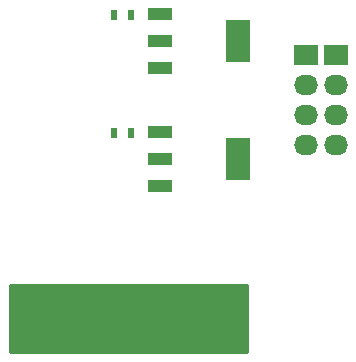
<source format=gbr>
G04 #@! TF.FileFunction,Soldermask,Bot*
%FSLAX46Y46*%
G04 Gerber Fmt 4.6, Leading zero omitted, Abs format (unit mm)*
G04 Created by KiCad (PCBNEW 4.0.2+e4-6225~38~ubuntu14.04.1-stable) date Sat 23 Jul 2016 00:45:22 PDT*
%MOMM*%
G01*
G04 APERTURE LIST*
%ADD10C,0.100000*%
%ADD11C,0.650240*%
%ADD12R,0.650240X4.599940*%
%ADD13R,0.650240X3.599180*%
%ADD14R,2.032000X3.657600*%
%ADD15R,2.032000X1.016000*%
%ADD16R,0.500000X0.900000*%
%ADD17R,2.032000X1.727200*%
%ADD18O,2.032000X1.727200*%
%ADD19C,0.254000*%
G04 APERTURE END LIST*
D10*
D11*
X140500400Y-102301240D03*
D12*
X159499600Y-100000000D03*
X158498840Y-100000000D03*
X157500620Y-100000000D03*
X156499860Y-100000000D03*
X155499100Y-100000000D03*
X154500880Y-100000000D03*
X153500120Y-100000000D03*
X152499360Y-100000000D03*
X151501140Y-100000000D03*
X150500380Y-100000000D03*
X149499620Y-100000000D03*
X144500900Y-100000000D03*
X143500140Y-100000000D03*
X142499380Y-100000000D03*
D13*
X141501160Y-99499620D03*
D12*
X140500400Y-100000000D03*
X146499880Y-100000000D03*
X145499120Y-100000000D03*
D11*
X157500620Y-102301240D03*
X156499860Y-102301240D03*
X155499100Y-102301240D03*
X154500880Y-102301240D03*
X153500120Y-102301240D03*
X152499360Y-102301240D03*
X151501140Y-102301240D03*
X150500380Y-102301240D03*
X149499620Y-102301240D03*
X159499600Y-102301240D03*
X146499880Y-102301240D03*
X145499120Y-102301240D03*
X144500900Y-102301240D03*
X143500140Y-102301240D03*
X142499380Y-102301240D03*
X158498840Y-102301240D03*
D14*
X159302000Y-87000000D03*
D15*
X152698000Y-87000000D03*
X152698000Y-84714000D03*
X152698000Y-89286000D03*
D14*
X159302000Y-77000000D03*
D15*
X152698000Y-77000000D03*
X152698000Y-74714000D03*
X152698000Y-79286000D03*
D16*
X150250000Y-84750000D03*
X148750000Y-84750000D03*
X150250000Y-74750000D03*
X148750000Y-74750000D03*
D17*
X167540000Y-78190000D03*
D18*
X167540000Y-80730000D03*
X167540000Y-83270000D03*
X167540000Y-85810000D03*
D17*
X165000000Y-78190000D03*
D18*
X165000000Y-80730000D03*
X165000000Y-83270000D03*
X165000000Y-85810000D03*
D19*
G36*
X160023000Y-103298000D02*
X139977000Y-103298000D01*
X139977000Y-97602000D01*
X160023000Y-97602000D01*
X160023000Y-103298000D01*
X160023000Y-103298000D01*
G37*
X160023000Y-103298000D02*
X139977000Y-103298000D01*
X139977000Y-97602000D01*
X160023000Y-97602000D01*
X160023000Y-103298000D01*
M02*

</source>
